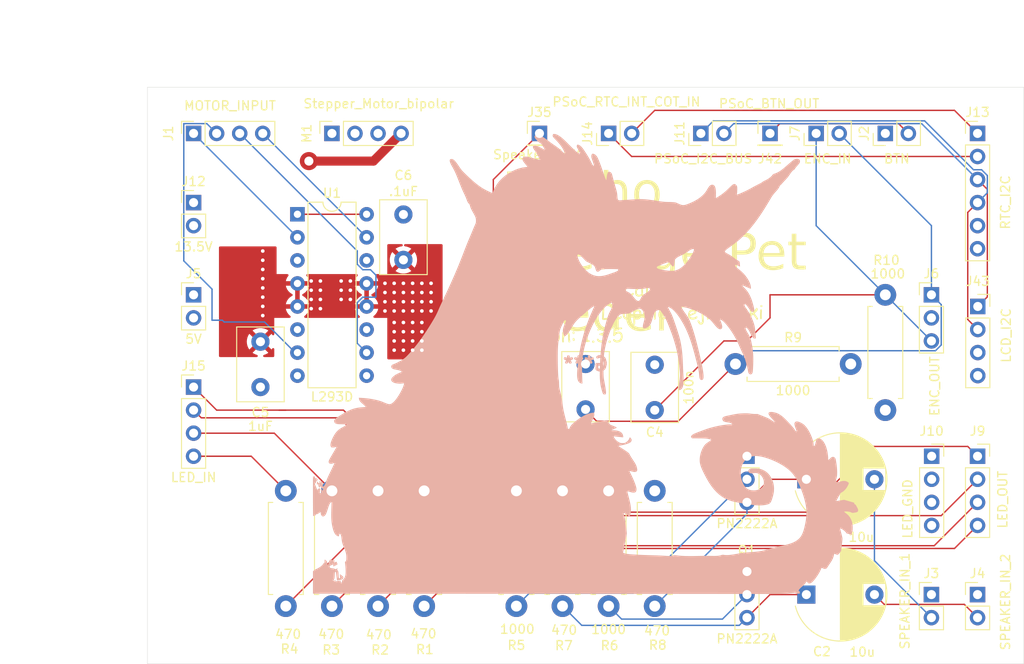
<source format=kicad_pcb>
(kicad_pcb (version 20221018) (generator pcbnew)
  (layers (0 "F.Cu" signal "TOP") (1 "In1.Cu" power "GND") (2 "In2.Cu" power "POWER") (31 "B.Cu" signal "BOTTOM") (34 "B.Paste" user) (35 "F.Paste" user) (36 "B.SilkS" user "B.Silkscreen") (37 "F.SilkS" user "F.Silkscreen") (38 "B.Mask" user) (39 "F.Mask" user) (44 "Edge.Cuts" user))
  (net 0 "")
  (net 1 "Net-(Q2-C)")
  (net 2 "Net-(J3-Pin_2)")
  (net 3 "Net-(Q1-C)")
  (net 4 "Net-(J4-Pin_2)")
  (net 5 "Net-(J1-Pin_1)")
  (net 6 "Net-(J1-Pin_2)")
  (net 7 "Net-(J1-Pin_3)")
  (net 8 "Net-(J1-Pin_4)")
  (net 9 "Net-(J2-Pin_2)")
  (net 10 "GND")
  (net 11 "Net-(J9-Pin_1)")
  (net 12 "Net-(J9-Pin_2)")
  (net 13 "Net-(J9-Pin_3)")
  (net 14 "Net-(J9-Pin_4)")
  (net 15 "Net-(J11-Pin_1)")
  (net 16 "Net-(J11-Pin_2)")
  (net 17 "Net-(J13-Pin_1)")
  (net 18 "Net-(J13-Pin_2)")
  (net 19 "Net-(J15-Pin_1)")
  (net 20 "Net-(J15-Pin_2)")
  (net 21 "Net-(J15-Pin_3)")
  (net 22 "Net-(J15-Pin_4)")
  (net 23 "Net-(J35-Pin_1)")
  (net 24 "Net-(U1-2Y)")
  (net 25 "Net-(M1--)")
  (net 26 "Net-(U1-4Y)")
  (net 27 "Net-(U1-1Y)")
  (net 28 "Net-(Q1-B)")
  (net 29 "Net-(Q2-B)")
  (net 30 "+5V")
  (net 31 "VCC")
  (net 32 "Net-(J6-Pin_1)")
  (net 33 "Net-(J6-Pin_3)")
  (footprint "Connector_PinSocket_2.54mm:PinSocket_1x04_P2.54mm_Vertical" (layer "F.Cu") (at 160.045 64.78)
    (fp_text reference "J43" (at 0 -2.77) (layer "F.SilkS"))
    (fp_text value "LCD_I2C" (at 3.1246 3.1904 90) (layer "F.SilkS"))
    (pad "1" thru_hole rect (at 0 0) (size 1.7 1.7) (drill 1) (layers "*.Cu" "*.Mask") (net 16 "Net-(J11-Pin_2)"))
    (pad "2" thru_hole oval (at 0 2.54) (size 1.7 1.7) (drill 1) (layers "*.Cu" "*.Mask") (net 15 "Net-(J11-Pin_1)"))
    (pad "3" thru_hole oval (at 0 5.08) (size 1.7 1.7) (drill 1) (layers "*.Cu" "*.Mask") (net 10 "GND"))
    (pad "4" thru_hole oval (at 0 7.62) (size 1.7 1.7) (drill 1) (layers "*.Cu" "*.Mask") (net 30 "+5V"))
  )
  (footprint "Capacitor_THT:C_Disc_D8.0mm_W5.0mm_P5.00mm" (layer "F.Cu") (at 81.026 68.66 -90)
    (fp_text reference "C5" (at 7.794 0 -180) (layer "F.SilkS"))
    (fp_text value "1uF" (at 9.318 0 -180) (layer "F.SilkS"))
    (pad "1" thru_hole circle (at 0 0 270) (size 2 2) (drill 1) (layers "*.Cu" "*.Mask") (net 10 "GND"))
    (pad "2" thru_hole circle (at 5 0 270) (size 2 2) (drill 1) (layers "*.Cu" "*.Mask") (net 31 "VCC"))
  )
  (footprint "Connector_PinSocket_2.54mm:PinSocket_1x04_P2.54mm_Vertical" (layer "F.Cu") (at 160.02 81.28)
    (fp_text reference "J9" (at 0 -2.77) (layer "F.SilkS"))
    (fp_text value "LED_OUT" (at 2.7686 4.7752 270) (layer "F.SilkS"))
    (pad "1" thru_hole rect (at 0 0) (size 1.7 1.7) (drill 1) (layers "*.Cu" "*.Mask") (net 11 "Net-(J9-Pin_1)"))
    (pad "2" thru_hole oval (at 0 2.54) (size 1.7 1.7) (drill 1) (layers "*.Cu" "*.Mask") (net 12 "Net-(J9-Pin_2)"))
    (pad "3" thru_hole oval (at 0 5.08) (size 1.7 1.7) (drill 1) (layers "*.Cu" "*.Mask") (net 13 "Net-(J9-Pin_3)"))
    (pad "4" thru_hole oval (at 0 7.62) (size 1.7 1.7) (drill 1) (layers "*.Cu" "*.Mask") (net 14 "Net-(J9-Pin_4)"))
  )
  (footprint "Capacitor_THT:CP_Radial_D10.0mm_P7.50mm" (layer "F.Cu") (at 141.162323 83.82)
    (fp_text reference "C1" (at 1.509477 6.4008) (layer "F.SilkS"))
    (fp_text value "10u" (at 6.056077 6.3754) (layer "F.SilkS"))
    (pad "1" thru_hole rect (at 0 0) (size 2 2) (drill 1) (layers "*.Cu" "*.Mask") (net 1 "Net-(Q2-C)"))
    (pad "2" thru_hole circle (at 7.5 0) (size 2 2) (drill 1) (layers "*.Cu" "*.Mask") (net 2 "Net-(J3-Pin_2)"))
  )
  (footprint "Connector_PinHeader_2.54mm:PinHeader_1x02_P2.54mm_Vertical" (layer "F.Cu") (at 142.24 45.72 90)
    (fp_text reference "J7" (at 0 -2.33 90) (layer "F.SilkS"))
    (fp_text value "ENC_IN" (at -2.794 1.27 180) (layer "F.SilkS"))
    (pad "1" thru_hole rect (at 0 0 90) (size 1.7 1.7) (drill 1) (layers "*.Cu" "*.Mask") (net 33 "Net-(J6-Pin_3)"))
    (pad "2" thru_hole oval (at 0 2.54 90) (size 1.7 1.7) (drill 1) (layers "*.Cu" "*.Mask") (net 32 "Net-(J6-Pin_1)"))
  )
  (footprint "Connector_PinSocket_2.54mm:PinSocket_1x04_P2.54mm_Vertical" (layer "F.Cu") (at 88.9 45.72 90)
    (fp_text reference "M1" (at 0 -2.77 90) (layer "F.SilkS"))
    (fp_text value "Stepper_Motor_bipolar" (at 3.2766 5.1562 180) (layer "F.SilkS"))
    (pad "1" thru_hole rect (at 0 0 90) (size 1.7 1.7) (drill 1) (layers "*.Cu" "*.Mask") (net 24 "Net-(U1-2Y)"))
    (pad "2" thru_hole oval (at 0 2.54 90) (size 1.7 1.7) (drill 1) (layers "*.Cu" "*.Mask") (net 25 "Net-(M1--)"))
    (pad "3" thru_hole oval (at 0 5.08 90) (size 1.7 1.7) (drill 1) (layers "*.Cu" "*.Mask") (net 26 "Net-(U1-4Y)"))
    (pad "4" thru_hole oval (at 0 7.62 90) (size 1.7 1.7) (drill 1) (layers "*.Cu" "*.Mask") (net 27 "Net-(U1-1Y)"))
  )
  (footprint "Connector_PinHeader_2.54mm:PinHeader_1x03_P2.54mm_Vertical" (layer "F.Cu") (at 154.94 63.5)
    (fp_text reference "J6" (at 0 -2.33) (layer "F.SilkS"))
    (fp_text value "ENC_OUT" (at 0.3556 10.0584 90) (layer "F.SilkS"))
    (pad "1" thru_hole rect (at 0 0) (size 1.7 1.7) (drill 1) (layers "*.Cu" "*.Mask") (net 32 "Net-(J6-Pin_1)"))
    (pad "2" thru_hole oval (at 0 2.54) (size 1.7 1.7) (drill 1) (layers "*.Cu" "*.Mask") (net 30 "+5V"))
    (pad "3" thru_hole oval (at 0 5.08) (size 1.7 1.7) (drill 1) (layers "*.Cu" "*.Mask") (net 33 "Net-(J6-Pin_3)"))
  )
  (footprint "Resistor_THT:R_Axial_DIN0411_L9.9mm_D3.6mm_P12.70mm_Horizontal" (layer "F.Cu") (at 93.98 85.09 -90)
    (fp_text reference "R2" (at 17.526 -0.2286 -180) (layer "F.SilkS"))
    (fp_text value "470" (at 15.8496 -0.0762 180) (layer "F.SilkS"))
    (pad "1" thru_hole circle (at 0 0 270) (size 2.4 2.4) (drill 1.2) (layers "*.Cu" "*.Mask") (net 20 "Net-(J15-Pin_2)"))
    (pad "2" thru_hole oval (at 12.7 0 270) (size 2.4 2.4) (drill 1.2) (layers "*.Cu" "*.Mask") (net 13 "Net-(J9-Pin_3)"))
  )
  (footprint "Resistor_THT:R_Axial_DIN0411_L9.9mm_D3.6mm_P12.70mm_Horizontal" (layer "F.Cu") (at 88.9 85.09 -90)
    (fp_text reference "R3" (at 17.526 0.0762 -180) (layer "F.SilkS"))
    (fp_text value "470" (at 15.7988 0.0762 180) (layer "F.SilkS"))
    (pad "1" thru_hole circle (at 0 0 270) (size 2.4 2.4) (drill 1.2) (layers "*.Cu" "*.Mask") (net 21 "Net-(J15-Pin_3)"))
    (pad "2" thru_hole oval (at 12.7 0 270) (size 2.4 2.4) (drill 1.2) (layers "*.Cu" "*.Mask") (net 12 "Net-(J9-Pin_2)"))
  )
  (footprint "Connector_PinHeader_2.54mm:PinHeader_1x02_P2.54mm_Vertical" (layer "F.Cu") (at 154.94 96.52)
    (fp_text reference "J3" (at 0 -2.33) (layer "F.SilkS"))
    (fp_text value "SPEAKER_IN_1" (at -2.921 0.7112 90) (layer "F.SilkS"))
    (pad "1" thru_hole rect (at 0 0) (size 1.7 1.7) (drill 1) (layers "*.Cu" "*.Mask") (net 10 "GND"))
    (pad "2" thru_hole oval (at 0 2.54) (size 1.7 1.7) (drill 1) (layers "*.Cu" "*.Mask") (net 2 "Net-(J3-Pin_2)"))
  )
  (footprint "Connector_PinSocket_2.54mm:PinSocket_1x04_P2.54mm_Vertical" (layer "F.Cu") (at 73.66 45.72 90)
    (fp_text reference "J1" (at 0 -2.77 90) (layer "F.SilkS"))
    (fp_text value "MOTOR_INPUT" (at 3.048 4.0132 180) (layer "F.SilkS"))
    (pad "1" thru_hole rect (at 0 0 90) (size 1.7 1.7) (drill 1) (layers "*.Cu" "*.Mask") (net 5 "Net-(J1-Pin_1)"))
    (pad "2" thru_hole oval (at 0 2.54 90) (size 1.7 1.7) (drill 1) (layers "*.Cu" "*.Mask") (net 6 "Net-(J1-Pin_2)"))
    (pad "3" thru_hole oval (at 0 5.08 90) (size 1.7 1.7) (drill 1) (layers "*.Cu" "*.Mask") (net 7 "Net-(J1-Pin_3)"))
    (pad "4" thru_hole oval (at 0 7.62 90) (size 1.7 1.7) (drill 1) (layers "*.Cu" "*.Mask") (net 8 "Net-(J1-Pin_4)"))
  )
  (footprint "Resistor_THT:R_Axial_DIN0411_L9.9mm_D3.6mm_P12.70mm_Horizontal" (layer "F.Cu") (at 99.06 85.09 -90)
    (fp_text reference "R1" (at 17.4752 -0.0762 -180) (layer "F.SilkS"))
    (fp_text value "470" (at 15.748 0.0762 180) (layer "F.SilkS"))
    (pad "1" thru_hole circle (at 0 0 270) (size 2.4 2.4) (drill 1.2) (layers "*.Cu" "*.Mask") (net 19 "Net-(J15-Pin_1)"))
    (pad "2" thru_hole oval (at 12.7 0 270) (size 2.4 2.4) (drill 1.2) (layers "*.Cu" "*.Mask") (net 14 "Net-(J9-Pin_4)"))
  )
  (footprint "Connector_PinHeader_2.54mm:PinHeader_1x02_P2.54mm_Vertical" (layer "F.Cu") (at 73.66 63.5)
    (fp_text reference "J5" (at 0 -2.33) (layer "F.SilkS"))
    (fp_text value "5V" (at 0 4.87) (layer "F.SilkS"))
    (pad "1" thru_hole rect (at 0 0) (size 1.7 1.7) (drill 1) (layers "*.Cu" "*.Mask") (net 30 "+5V"))
    (pad "2" thru_hole oval (at 0 2.54) (size 1.7 1.7) (drill 1) (layers "*.Cu" "*.Mask") (net 10 "GND"))
  )
  (footprint "Connector_PinHeader_2.54mm:PinHeader_1x01_P2.54mm_Vertical" (layer "F.Cu") (at 111.76 45.72)
    (fp_text reference "J35" (at 0 -2.33) (layer "F.SilkS"))
    (fp_text value "Speaker_GPIO" (at 0 2.33) (layer "F.SilkS"))
    (pad "1" thru_hole rect (at 0 0) (size 1.7 1.7) (drill 1) (layers "*.Cu" "*.Mask") (net 23 "Net-(J35-Pin_1)"))
  )
  (footprint "Connector_PinHeader_2.54mm:PinHeader_1x02_P2.54mm_Vertical" (layer "F.Cu") (at 119.38 45.72 90)
    (fp_text reference "J14" (at 0 -2.33 90) (layer "F.SilkS"))
    (fp_text value "PSoC_RTC_INT_COT_IN" (at 3.4798 1.9558 180) (layer "F.SilkS"))
    (pad "1" thru_hole rect (at 0 0 90) (size 1.7 1.7) (drill 1) (layers "*.Cu" "*.Mask") (net 18 "Net-(J13-Pin_2)"))
    (pad "2" thru_hole oval (at 0 2.54 90) (size 1.7 1.7) (drill 1) (layers "*.Cu" "*.Mask") (net 17 "Net-(J13-Pin_1)"))
  )
  (footprint "Resistor_THT:R_Axial_DIN0411_L9.9mm_D3.6mm_P12.70mm_Horizontal" (layer "F.Cu") (at 149.86 76.2 90)
    (fp_text reference "R10" (at 16.51 0.127 180) (layer "F.SilkS"))
    (fp_text value "1000" (at 15.0114 0.2794 180) (layer "F.SilkS"))
    (pad "1" thru_hole circle (at 0 0 90) (size 2.4 2.4) (drill 1.2) (layers "*.Cu" "*.Mask") (net 10 "GND"))
    (pad "2" thru_hole oval (at 12.7 0 90) (size 2.4 2.4) (drill 1.2) (layers "*.Cu" "*.Mask") (net 33 "Net-(J6-Pin_3)"))
  )
  (footprint "Connector_PinHeader_2.54mm:PinHeader_1x03_P2.54mm_Vertical" (layer "F.Cu") (at 134.62 81.28)
    (fp_text reference "Q2" (at 0 -2.33) (layer "F.SilkS"))
    (fp_text value "PN2222A" (at 0 7.41) (layer "F.SilkS"))
    (pad "1" thru_hole rect (at 0 0) (size 1.7 1.7) (drill 1) (layers "*.Cu" "*.Mask") (net 10 "GND"))
    (pad "2" thru_hole oval (at 0 2.54) (size 1.7 1.7) (drill 1) (layers "*.Cu" "*.Mask") (net 29 "Net-(Q2-B)"))
    (pad "3" thru_hole oval (at 0 5.08) (size 1.7 1.7) (drill 1) (layers "*.Cu" "*.Mask") (net 1 "Net-(Q2-C)"))
  )
  (footprint "Resistor_THT:R_Axial_DIN0411_L9.9mm_D3.6mm_P12.70mm_Horizontal" (layer "F.Cu") (at 119.38 85.09 -90)
    (fp_text reference "R6" (at 17.0434 -0.1016 -180) (layer "F.SilkS"))
    (fp_text value "1000" (at 15.2654 0 180) (layer "F.SilkS"))
    (pad "1" thru_hole circle (at 0 0 270) (size 2.4 2.4) (drill 1.2) (layers "*.Cu" "*.Mask") (net 23 "Net-(J35-Pin_1)"))
    (pad "2" thru_hole oval (at 12.7 0 270) (size 2.4 2.4) (drill 1.2) (layers "*.Cu" "*.Mask") (net 28 "Net-(Q1-B)"))
  )
  (footprint "Connector_PinHeader_2.54mm:PinHeader_1x02_P2.54mm_Vertical" (layer "F.Cu") (at 129.54 45.72 90)
    (fp_text reference "J11" (at 0 -2.33 90) (layer "F.SilkS"))
    (fp_text value "PSoC_I2C_BUS" (at -2.794 0.254 180) (layer "F.SilkS"))
    (pad "1" thru_hole rect (at 0 0 90) (size 1.7 1.7) (drill 1) (layers "*.Cu" "*.Mask") (net 15 "Net-(J11-Pin_1)"))
    (pad "2" thru_hole oval (at 0 2.54 90) (size 1.7 1.7) (drill 1) (layers "*.Cu" "*.Mask") (net 16 "Net-(J11-Pin_2)"))
  )
  (footprint "Resistor_THT:R_Axial_DIN0411_L9.9mm_D3.6mm_P12.70mm_Horizontal" (layer "F.Cu") (at 109.22 85.09 -90)
    (fp_text reference "R5" (at 17.018 0 -180) (layer "F.SilkS"))
    (fp_text value "1000" (at 15.24 -0.1016 180) (layer "F.SilkS"))
    (pad "1" thru_hole circle (at 0 0 270) (size 2.4 2.4) (drill 1.2) (layers "*.Cu" "*.Mask") (net 23 "Net-(J35-Pin_1)"))
    (pad "2" thru_hole oval (at 12.7 0 270) (size 2.4 2.4) (drill 1.2) (layers "*.Cu" "*.Mask") (net 29 "Net-(Q2-B)"))
  )
  (footprint "Connector_PinHeader_2.54mm:PinHeader_1x02_P2.54mm_Vertical" (layer "F.Cu") (at 149.86 45.72 90)
    (fp_text reference "J2" (at 0 -2.33 90) (layer "F.SilkS"))
    (fp_text value "BTN" (at -2.794 1.27) (layer "F.SilkS"))
    (pad "1" thru_hole rect (at 0 0 90) (size 1.7 1.7) (drill 1) (layers "*.Cu" "*.Mask") (net 30 "+5V"))
    (pad "2" thru_hole oval (at 0 2.54 90) (size 1.7 1.7) (drill 1) (layers "*.Cu" "*.Mask") (net 9 "Net-(J2-Pin_2)"))
  )
  (footprint "Connector_PinHeader_2.54mm:PinHeader_1x04_P2.54mm_Vertical" (layer "F.Cu") (at 73.66 73.66)
    (fp_text reference "J15" (at 0 -2.33) (layer "F.SilkS"))
    (fp_text value "LED_IN" (at 0 9.95) (layer "F.SilkS"))
    (pad "1" thru_hole rect (at 0 0) (size 1.7 1.7) (drill 1) (layers "*.Cu" "*.Mask") (net 19 "Net-(J15-Pin_1)"))
    (pad "2" thru_hole oval (at 0 2.54) (size 1.7 1.7) (drill 1) (layers "*.Cu" "*.Mask") (net 20 "Net-(J15-Pin_2)"))
    (pad "3" thru_hole oval (at 0 5.08) (size 1.7 1.7) (drill 1) (layers "*.Cu" "*.Mask") (net 21 "Net-(J15-Pin_3)"))
    (pad "4" thru_hole oval (at 0 7.62) (size 1.7 1.7) (drill 1) (layers "*.Cu" "*.Mask") (net 22 "Net-(J15-Pin_4)"))
  )
  (footprint "Capacitor_THT:C_Disc_D7.5mm_W5.0mm_P5.00mm" (layer "F.Cu") (at 116.84 71.12 -90)
    (fp_text reference "C3" (at 7.3622 -0.2032 -180) (layer "F.SilkS"))
    (fp_text value "100n" (at 2.5 3.75 90) (layer "F.SilkS"))
    (pad "1" thru_hole circle (at 0 0 270) (size 2 2) (drill 1) (layers "*.Cu" "*.Mask") (net 10 "GND"))
    (pad "2" thru_hole circle (at 5 0 270) (size 2 2) (drill 1) (layers "*.Cu" "*.Mask") (net 32 "Net-(J6-Pin_1)"))
  )
  (footprint "Resistor_THT:R_Axial_DIN0411_L9.9mm_D3.6mm_P12.70mm_Horizontal" (layer "F.Cu") (at 133.35 71.12)
    (fp_text reference "R9" (at 6.35 -2.92) (layer "F.SilkS"))
    (fp_text value "1000" (at 6.35 2.92) (layer "F.SilkS"))
    (pad "1" thru_hole circle (at 0 0) (size 2.4 2.4) (drill 1.2) (layers "*.Cu" "*.Mask") (net 32 "Net-(J6-Pin_1)"))
    (pad "2" thru_hole oval (at 12.7 0) (size 2.4 2.4) (drill 1.2) (layers "*.Cu" "*.Mask") (net 10 "GND"))
  )
  (footprint "Connector_PinHeader_2.54mm:PinHeader_1x06_P2.54mm_Vertical" (layer "F.Cu") (at 160.02 45.72)
    (fp_text reference "J13" (at 0 -2.33) (layer "F.SilkS"))
    (fp_text value "RTC_I2C" (at 3.0734 7.5946 90) (layer "F.SilkS"))
    (pad "1" thru_hole rect (at 0 0) (size 1.7 1.7) (drill 1) (layers "*.Cu" "*.Mask") (net 17 "Net-(J13-Pin_1)"))
    (pad "2" thru_hole oval (at 0 2.54) (size 1.7 1.7) (drill 1) (layers "*.Cu" "*.Mask") (net 18 "Net-(J13-Pin_2)"))
    (pad "3" thru_hole oval (at 0 5.08) (size 1.7 1.7) (drill 1) (layers "*.Cu" "*.Mask") (net 16 "Net-(J11-Pin_2)"))
    (pad "4" thru_hole oval (at 0 7.62) (size 1.7 1.7) (drill 1) (layers "*.Cu" "*.Mask") (net 15 "Net-(J11-Pin_1)"))
    (pad "5" thru_hole oval (at 0 10.16) (size 1.7 1.7) (drill 1) (layers "*.Cu" "*.Mask") (net 10 "GND"))
    (pad "6" thru_hole oval (at 0 12.7) (size 1.7 1.7) (drill 1) (layers "*.Cu" "*.Mask") (net 30 "+5V"))
  )
  (footprint "Connector_PinHeader_2.54mm:PinHeader_1x03_P2.54mm_Vertical" (layer "F.Cu") (at 134.62 93.98)
    (fp_text reference "Q1" (at 0 -2.33) (layer "F.SilkS"))
    (fp_text value "PN2222A" (at 0 7.41) (layer "F.SilkS"))
    (pad "1" thru_hole rect (at 0 0) (size 1.7 1.7) (drill 1) (layers "*.Cu" "*.Mask") (net 10 "GND"))
    (pad "2" thru_hole oval (at 0 2.54) (size 1.7 1.7) (drill 1) (layers "*.Cu" "*.Mask") (net 28 "Net-(Q1-B)"))
    (pad "3" thru_hole oval (at 0 5.08) (size 1.7 1.7) (drill 1) (layers "*.Cu" "*.Mask") (net 3 "Net-(Q1-C)"))
  )
  (footprint "Capacitor_THT:C_Disc_D7.5mm_W5.0mm_P5.00mm" (layer "F.Cu") (at 124.46 76.2 90)
    (fp_text reference "C4" (at -2.4384 0 180) (layer "F.SilkS"))
    (fp_text value "100n" (at 2.5 3.75 90) (layer "F.SilkS"))
    (pad "1" thru_hole circle (at 0 0 90) (size 2 2) (drill 1) (layers "*.Cu" "*.Mask") (net 33 "Net-(J6-Pin_3)"))
    (pad "2" thru_hole circle (at 5 0 90) (size 2 2) (drill 1) (layers "*.Cu" "*.Mask") (net 10 "GND"))
  )
  (footprint "Connector_PinHeader_2.54mm:PinHeader_1x02_P2.54mm_Vertical" (layer "F.Cu") (at 160.02 96.52)
    (fp_text reference "J4" (at 0 -2.33) (layer "F.SilkS"))
    (fp_text value "SPEAKER_IN_2" (at 3.0734 0.8128 90) (layer "F.SilkS"))
    (pad "1" thru_hole rect (at 0 0) (size 1.7 1.7) (drill 1) (layers "*.Cu" "*.Mask") (net 10 "GND"))
    (pad "2" thru_hole oval (at 0 2.54) (size 1.7 1.7) (drill 1) (layers "*.Cu" "*.Mask") (net 4 "Net-(J4-Pin_2)"))
  )
  (footprint "Capacitor_THT:C_Disc_D8.0mm_W5.0mm_P5.00mm" (layer "F.Cu") (at 96.774 59.65 90)
    (fp_text reference "C6" (at 9.318 0 180) (layer "F.SilkS"))
    (fp_text value ".1uF" (at 7.54 0 180) (layer "F.SilkS"))
    (pad "1" thru_hole circle (at 0 0 90) (size 2 2) (drill 1) (layers "*.Cu" "*.Mask") (net 10 "GND"))
    (pad "2" thru_hole circle (at 5 0 90) (size 2 2) (drill 1) (layers "*.Cu" "*.Mask") (net 30 "+5V"))
  )
  (footprint "Resistor_THT:R_Axial_DIN0411_L9.9mm_D3.6mm_P12.70mm_Horizontal" (layer "F.Cu") (at 124.46 97.79 90)
    (fp_text reference "R8" (at -4.2926 0.3302 180) (layer "F.SilkS"))
    (fp_text value "470" (at -2.7178 0.254 180) (layer "F.SilkS"))
    (pad "1" thru_hole circle (at 0 0 90) (size 2.4 2.4) (drill 1.2) (layers "*.Cu" "*.Mask") (net 1 "Net-(Q2-C)"))
    (pad "2" thru_hole oval (at 12.7 0 90) (size 2.4 2.4) (drill 1.2) (layers "*.Cu" "*.Mask") (net 30 "+5V"))
  )
  (footprint "Resistor_THT:R_Axial_DIN0411_L9.9mm_D3.6mm_P12.70mm_Horizontal" (layer "F.Cu") (at 83.82 85.09 -90)
    (fp_text reference "R4" (at 17.4244 -0.4064 -180) (layer "F.SilkS"))
    (fp_text value "470" (at 15.7988 -0.254 180) (layer "F.SilkS"))
    (pad "1" thru_hole circle (at 0 0 270) (size 2.4 2.4) (drill 1.2) (layers "*.Cu" "*.Mask") (net 22 "Net-(J15-Pin_4)"))
    (pad "2" thru_hole oval (at 12.7 0 270) (size 2.4 2.4) (drill 1.2) (layers "*.Cu" "*.Mask") (net 11 "Net-(J9-Pin_1)"))
  )
  (footprint "Connector_PinSocket_2.54mm:PinSocket_1x04_P2.54mm_Vertical" (layer "F.Cu") (at 154.965 81.28)
    (fp_text reference "J10" (at 0 -2.77) (layer "F.SilkS"))
    (fp_text value "LED_GND" (at -2.6412 5.7912 90) (layer "F.SilkS"))
    (pad "1" thru_hole rect (at 0 0) (size 1.7 1.7) (drill 1) (layers "*.Cu" "*.Mask") (net 10 "GND"))
    (pad "2" thru_hole oval (at 0 2.54) (size 1.7 1.7) (drill 1) (layers "*.Cu" "*.Mask") (net 10 "GND"))
    (pad "3" thru_hole oval (at 0 5.08) (size 1.7 1.7) (drill 1) (layers "*.Cu" "*.Mask") (net 10 "GND"))
    (pad "4" thru_hole oval (at 0 7.62) (size 1.7 1.7) (drill 1) (layers "*.Cu" "*.Mask") (net 10 "GND"))
  )
  (footprint "Connector_PinHeader_2.54mm:PinHeader_1x01_P2.54mm_Vertical" (layer "F.Cu") (at 137.16 45.72)
    (fp_text reference "J42" (at 0 2.794) (layer "F.SilkS"))
    (fp_text value "PSoC_BTN_OUT" (at -0.1016 -3.2766) (layer "F.SilkS"))
    (pad "1" thru_hole rect (at 0 0) (size 1.7 1.7) (drill 1) (layers "*.Cu" "*.Mask") (net 9 "Net-(J2-Pin_2)"))
  )
  (footprint "Package_DIP:DIP-16_W7.62mm" (layer "F.Cu") (at 85.1 54.625)
    (fp_text reference "U1" (at 3.81 -2.33) (layer "F.SilkS"))
    (fp_text value "L293D" (at 3.81 20.11) (layer "F.SilkS"))
    (pad "1" thru_hole rect (at 0 0) (size 1.6 1.6) (drill 0.8) (layers "*.Cu" "*.Mask") (net 30 "+5V"))
    (pad "2" thru_hole oval (at 0 2.54) (size 1.6 1.6) (drill 0.8) (layers "*.Cu" "*.Mask") (net 5 "Net-(J1-Pin_1)"))
    (pad "3" thru_hole oval (at 0 5.08) (size 1.6 1.6) (drill 0.8) (layers "*.Cu" "*.Mask") (net 27 "Net-(U1-1Y)"))
    (pad "4" thru_hole oval (at 0 7.62) (size 1.6 1.6) (drill 0.8) (layers "*.Cu" "*.Mask") (net 10 "GND"))
    (pad "5" thru_hole oval (at 0 10.16) (size 1.6 1.6) (drill 0.8) (layers "*.Cu" "*.Mask") (net 10 "GND"))
    (pad "6" thru_hole oval (at 0 12.7) (size 1.6 1.6) (drill 0.8) (layers "*.Cu" "*.Mask") (net 24 "Net-(U1-2Y)"))
    (pad "7" thru_hole oval (at 0 15.24) (size 1.6 1.6) (drill 0.8) (layers "*.Cu" "*.Mask") (net 6 "Net-(J1-Pin_2)"))
    (pad "8" thru_hole oval (at 0 17.78) (size 1.6 1.6) (drill 0.8) (layers "*.Cu" "*.Mask") (net 31 "VCC"))
    (pad "9" thru_hole oval (at 7.62 17.78) (size 1.6 1.6) (drill 0.8) (layers "*.Cu" "*.Mask") (net 30 "+5V"))
    (pad "10" thru_hole oval (at 7.62 15.24) (size 1.6 1.6) (drill 0.8) (layers "*.Cu" "*.Mask") (net 7 "Net-(J1-Pin_3)"))
    (pad "11" thru_hole oval (at 7.62 12.7) (size 1.6 1.6) (drill 0.8) (layers "*.Cu" "*.Mask") (net 25 "Net-(M1--)"))
    (pad "12" thru_hole oval (at 7.62 10.16) (size 1.6 1.6) (drill 0.8) (layers "*.Cu" "*.Mask") (net 10 "GND"))
    (pad "13" thru_hole oval (at 7.62 7.62) (size 1.6 1.6) (drill 0.8) (layers "*.Cu" "*.Mask") (net 10 "GND"))
    (pad "14" thru_hole oval (at 7.62 5.08) (size 1.6 1.6) (drill 0.8) (layers "*.Cu" "*.Mask") (net 26 "Net-(U1-4Y)"))
    (pad "15" thru_hole oval (at 7.62 2.54) (size 1.6 1.6) (drill 0.8) (layers "*.Cu" "*.Mask") (net 8 "Net-(J1-Pin_4)"))
    (pad "16" thru_hole oval (at 7.62 0) (size 1.6 1.6) (drill 0.8) (layers "*.Cu" "*.Mask") (net 30 "+5V"))
  )
  (footprint "Connector_PinHeader_2.54mm:PinHeader_1x02_P2.54mm_Vertical" (layer "F.Cu") (at 73.66 53.34)
    (fp_text reference "J12" (at 0 -2.33) (layer "F.SilkS"))
    (fp_text value "13.5V" (at 0 4.87) (layer "F.SilkS"))
    (pad "1" thru_hole rect (at 0 0) (size 1.7 1.7) (drill 1) (layers "*.Cu" "*.Mask") (net 31 "VCC"))
    (pad "2" thru_hole oval (at 0 2.54) (size 1.7 1.7) (drill 1) (layers "*.Cu" "*.Mask") (net 10 "GND"))
  )
  (footprint "Resistor_THT:R_Axial_DIN0411_L9.9mm_D3.6mm_P12.70mm_Horizontal" (layer "F.Cu") (at 114.3 97.79 90)
    (fp_text reference "R7" (at -4.3434 0.1524 180) (layer "F.SilkS"))
    (fp_text value "470" (at -2.6416 0.1778 180) (layer "F.SilkS"))
    (pad "1" thru_hole circle (at 0 0 90) (size 2.4 2.4) (drill 1.2) (layers "*.Cu" "*.Mask") (net 3 "Net-(Q1-C)"))
    (pad "2" thru_hole oval (at 12.7 0 90) (size 2.4 2.4) (drill 1.2) (layers "*.Cu" "*.Mask") (net 30 "+5V"))
  )
  (footprint "Capacitor_THT:CP_Radial_D10.0mm_P7.50mm" (layer "F.Cu") (at 141.162323 96.52)
    (fp_text reference "C2" (at 1.712677 6.2738) (layer "F.SilkS"))
    (fp_text value "10u" (at 6.157677 6.3246) (layer "F.SilkS"))
    (pad "1" thru_hole rect (at 0 0) (size 2 2) (drill 1) (layers "*.Cu" "*.Mask") (net 3 "Net-(Q1-C)"))
    (pad "2" thru_hole circle (at 7.5 0) (size 2 2) (drill 1) (layers "*.Cu" "*.Mask") (net 4 "Net-(J4-Pin_2)"))
  )
  (footprint "Graphics:cat" (layer "B.Cu") (at 116.84 71.12 180)
    (fp_text reference "G***" (at 0 0) (layer "B.SilkS") (effects (font (size 1.5 1.5) (thickness 0.3)) (justify mirror)))
    (fp_text value "LOGO" hide)
  )
  (gr_line (start 68.58 40.64) (end 165.1 40.64) (stroke (width 0.0381)) (layer "Edge.Cuts"))
  (gr_line (start 165.1 104.14) (end 68.58 104.14) (stroke (width 0.0381)) (layer "Edge.Cuts"))
  (gr_line (start 68.58 104.14) (end 68.58 40.64) (stroke (width 0.0381)) (layer "Edge.Cuts"))
  (gr_line (start 165.1 40.64) (end 165.1 104.14) (stroke (width 0.0381)) (layer "Edge.Cuts"))
  (gr_text_box "Nacho Average Pet Feeder\n" (start 104.648 46.99) (end 152.908 57.15) (layer "F.SilkS") (effects (font (size 4 4) (thickness 0.4)) (justify left top)))
  (gr_text_box "Designed by: Caleb Probst\n                 Leopold Tejkowski\nVersion: 1.3.5" (start 106.68 60.96) (end 154.94 71.12) (layer "F.SilkS") (effects (font (size 1.5 1.5) (thickness 0.2)) (justify left top)))
  (segment (start 137.16 83.82) (end 141.162323 83.82) (width 0.1524) (layer "F.Cu") (net 1))
  (segment (start 134.62 86.36) (end 137.16 83.82) (width 0.1524) (layer "F.Cu") (net 1))
  (segment (start 124.46 97.79) (end 134.62 87.63) (width 0.1524) (layer "B.Cu") (net 1))
  (segment (start 134.62 87.63) (end 134.62 86.36) (width 0.1524) (layer "B.Cu") (net 1))
  (segment (start 148.662323 83.82) (end 148.662323 92.782323) (width 0.1524) (layer "B.Cu") (net 2))
  (segment (start 148.662323 92.782323) (end 154.94 99.06) (width 0.1524) (layer "B.Cu") (net 2))
  (segment (start 137.16 96.52) (end 141.162323 96.52) (width 0.1524) (layer "F.Cu") (net 3))
  (segment (start 134.62 99.06) (end 137.16 96.52) (width 0.1524) (layer "F.Cu") (net 3))
  (segment (start 114.3 97.79) (end 116.42 99.91) (width 0.1524) (layer "B.Cu") (net 3))
  (segment (start 116.42 99.91) (end 133.77 99.91) (width 0.1524) (layer "B.Cu") (net 3))
  (segment (start 133.77 99.91) (end 134.62 99.06) (width 0.1524) (layer "B.Cu") (net 3))
  (segment (start 148.662323 96.52) (end 149.740923 97.5986) (width 0.1524) (layer "F.Cu") (net 4))
  (segment (start 158.5586 97.5986) (end 160.02 99.06) (width 0.1524) (layer "F.Cu") (net 4))
  (segment (start 149.740923 97.5986) (end 158.5586 97.5986) (width 0.1524) (layer "F.Cu") (net 4))
  (segment (start 73.66 45.725) (end 73.66 45.72) (width 0.1524) (layer "B.Cu") (net 5))
  (segment (start 85.1 57.165) (end 73.66 45.725) (width 0.1524) (layer "B.Cu") (net 5))
  (segment (start 72.5814 44.6414) (end 75.1214 44.6414) (width 0.1524) (layer "B.Cu") (net 6))
  (segment (start 85.1 69.865) (end 84.851 69.865) (width 0.1524) (layer "B.Cu") (net 6))
  (segment (start 75.1214 44.6414) (end 76.2 45.72) (width 0.1524) (layer "B.Cu") (net 6))
  (segment (start 84.851 69.865) (end 81.4792 66.4932) (width 0.1524) (layer "B.Cu") (net 6))
  (segment (start 76.829078 66.294) (end 75.692 66.294) (width 0.1524) (layer "B.Cu") (net 6))
  (segment (start 81.4792 66.4932) (end 77.028278 66.4932) (width 0.1524) (layer "B.Cu") (net 6))
  (segment (start 75.692 66.294) (end 75.692 62.870922) (width 0.1524) (layer "B.Cu") (net 6))
  (segment (start 75.692 62.870922) (end 72.5814 59.760322) (width 0.1524) (layer "B.Cu") (net 6))
  (segment (start 77.028278 66.4932) (end 76.829078 66.294) (width 0.1524) (layer "B.Cu") (net 6))
  (segment (start 72.5814 59.760322) (end 72.5814 44.6414) (width 0.1524) (layer "B.Cu") (net 6))
  (segment (start 92.293939 60.7336) (end 91.6914 60.131061) (width 0.1524) (layer "B.Cu") (net 7))
  (segment (start 93.7486 63.7314) (end 93.7486 61.336139) (width 0.1524) (layer "B.Cu") (net 7))
  (segment (start 91.6914 60.131061) (end 91.6914 58.6714) (width 0.1524) (layer "B.Cu") (net 7))
  (segment (start 91.6914 64.358939) (end 92.293939 63.7564) (width 0.1524) (layer "B.Cu") (net 7))
  (segment (start 93.146061 60.7336) (end 92.293939 60.7336) (width 0.1524) (layer "B.Cu") (net 7))
  (segment (start 92.293939 63.7564) (end 93.7236 63.7564) (width 0.1524) (layer "B.Cu") (net 7))
  (segment (start 91.6914 68.8364) (end 91.6914 64.358939) (width 0.1524) (layer "B.Cu") (net 7))
  (segment (start 93.7486 61.336139) (end 93.146061 60.7336) (width 0.1524) (layer "B.Cu") (net 7))
  (segment (start 91.6914 58.6714) (end 78.74 45.72) (width 0.1524) (layer "B.Cu") (net 7))
  (segment (start 92.72 69.865) (end 91.6914 68.8364) (width 0.1524) (layer "B.Cu") (net 7))
  (segment (start 93.7236 63.7564) (end 93.7486 63.7314) (width 0.1524) (layer "B.Cu") (net 7))
  (segment (start 92.72 57.165) (end 81.28 45.725) (width 0.1524) (layer "B.Cu") (net 8))
  (segment (start 81.28 45.725) (end 81.28 45.72) (width 0.1524) (layer "B.Cu") (net 8))
  (segment (start 137.16 45.72) (end 138.2386 44.6414) (width 0.1524) (layer "F.Cu") (net 9))
  (segment (start 151.3214 44.6414) (end 152.4 45.72) (width 0.1524) (layer "F.Cu") (net 9))
  (segment (start 138.2386 44.6414) (end 151.3214 44.6414) (width 0.1524) (layer "F.Cu") (net 9))
  (via (at 90.932 62.992) (size 0.65) (drill 0.4) (layers "F.Cu" "B.Cu") (remove_unused_layers) (zone_layer_connections "F.Cu" "In1.Cu") (net 10))
  (via (at 87.63 62.992) (size 0.65) (drill 0.4) (layers "F.Cu" "B.Cu") (remove_unused_layers) (zone_layer_connections "F.Cu" "In1.Cu") (net 10))
  (via (at 96.774 63.246) (size 0.65) (drill 0.4) (layers "F.Cu" "B.Cu") (remove_unused_layers) (zone_layer_connections "F.Cu" "In1.Cu") (net 10))
  (via (at 96.774 67.564) (size 0.65) (drill 0.4) (layers "F.Cu" "B.Cu") (remove_unused_layers) (zone_layer_connections "F.Cu" "In1.Cu") (net 10))
  (via (at 95.758 66.548) (size 0.65) (drill 0.4) (layers "F.Cu" "B.Cu") (remove_unused_layers) (zone_layer_connections "F.Cu" "In1.Cu") (net 10))
  (via (at 97.79 67.564) (size 0.65) (drill 0.4) (layers "F.Cu" "B.Cu") (remove_unused_layers) (zone_layer_connections "F.Cu" "In1.Cu") (net 10))
  (via (at 89.916 64.008) (size 0.65) (drill 0.4) (layers "F.Cu" "B.Cu") (remove_unused_layers) (zone_layer_connections "F.Cu" "In1.Cu") (net 10))
  (via (at 99.822 63.246) (size 0.65) (drill 0.4) (layers "F.Cu" "B.Cu") (remove_unused_layers) (zone_layer_connections "F.Cu" "In1.Cu") (net 10))
  (via (at 97.79 63.246) (size 0.65) (drill 0.4) (layers "F.Cu" "B.Cu") (remove_unused_layers) (zone_layer_connections "F.Cu" "In1.Cu") (net 10))
  (via (at 96.774 68.58) (size 0.65) (drill 0.4) (layers "F.Cu" "B.Cu") (remove_unused_layers) (zone_layer_connections "F.Cu" "In1.Cu") (net 10))
  (via (at 94.742 65.278) (size 0.65) (drill 0.4) (layers "F.Cu" "B.Cu") (remove_unused_layers) (zone_layer_connections "F.Cu" "In1.Cu") (net 10))
  (via (at 94.742 63.246) (size 0.65) (drill 0.4) (layers "F.Cu" "B.Cu") (remove_unused_layers) (zone_layer_connections "F.Cu" "In1.Cu") (net 10))
  (via (at 95.758 68.58) (size 0.65) (drill 0.4) (layers "F.Cu" "B.Cu") (remove_unused_layers) (zone_layer_connections "F.Cu" "In1.Cu") (net 10))
  (via (at 95.758 64.262) (size 0.65) (drill 0.4) (layers "F.Cu" "B.Cu") (remove_unused_layers) (zone_layer_connections "F.Cu" "In1.Cu") (net 10))
  (via (at 87.63 61.976) (size 0.65) (drill 0.4) (layers "F.Cu" "B.Cu") (remove_unused_layers) (zone_layer_connections "F.Cu" "In1.Cu") (net 10))
  (via (at 95.758 63.246) (size 0.65) (drill 0.4) (layers "F.Cu" "B.Cu") (remove_unused_layers) (zone_layer_connections "F.Cu" "In1.Cu") (net 10))
  (via (at 96.774 66.548) (size 0.65) (drill 0.4) (layers "F.Cu" "B.Cu") (remove_unused_layers) (zone_layer_connections "F.Cu" "In1.Cu") (net 10))
  (via (at 94.742 62.23) (size 0.65) (drill 0.4) (layers "F.Cu" "B.Cu") (remove_unused_layers) (zone_layer_connections "F.Cu" "In1.Cu") (net 10))
  (via (at 89.916 61.976) (size 0.65) (drill 0.4) (layers "F.Cu" "B.Cu") (remove_unused_layers) (zone_layer_connections "F.Cu" "In1.Cu") (net 10))
  (via (at 97.79 62.23) (size 0.65) (drill 0.4) (layers "F.Cu" "B.Cu") (remove_unused_layers) (zone_layer_connections "F.Cu" "In1.Cu") (net 10))
  (via (at 81.28 59.69) (size 0.65) (drill 0.4) (layers "F.Cu" "B.Cu") (remove_unused_layers) (zone_layer_connections "F.Cu" "In1.Cu") (net 10))
  (via (at 98.806 64.262) (size 0.65) (drill 0.4) (layers "F.Cu" "B.Cu") (remove_unused_layers) (zone_layer_connections "F.Cu" "In1.Cu") (net 10))
  (via (at 98.806 65.278) (size 0.65) (drill 0.4) (layers "F.Cu" "B.Cu") (remove_unused_layers) (zone_layer_connections "F.Cu" "In1.Cu") (net 10))
  (via (at 97.79 65.278) (size 0.65) (drill 0.4) (layers "F.Cu" "B.Cu") (remove_unused_layers) (zone_layer_connections "F.Cu" "In1.Cu") (net 10))
  (via (at 96.774 69.596) (size 0.65) (drill 0.4) (layers "F.Cu" "B.Cu") (remove_unused_layers) (zone_layer_connections "F.Cu" "In1.Cu") (net 10))
  (via (at 86.614 62.992) (size 0.65) (drill 0.4) (layers "F.Cu" "B.Cu") (remove_unused_layers) (zone_layer_connections "F.Cu" "In1.Cu") (net 10))
  (via (at 95.758 62.23) (size 0.65) (drill 0.4) (layers "F.Cu" "B.Cu") (remove_unused_layers) (zone_layer_connections "F.Cu" "In1.Cu") (net 10))
  (via (at 90.932 61.976) (size 0.65) (drill 0.4) (layers "F.Cu" "B.Cu") (remove_unused_layers) (zone_layer_connections "F.Cu" "In1.Cu") (net 10))
  (via (at 90.932 64.008) (size 0.65) (drill 0.4) (layers "F.Cu" "B.Cu") (remove_unused_layers) (zone_layer_connections "F.Cu" "In1.Cu") (net 10))
  (via (at 86.614 65.024) (size 0.65) (drill 0.4) (layers "F.Cu" "B.Cu") (remove_unused_layers) (zone_layer_connections "F.Cu" "In1.Cu") (net 10))
  (via (at 97.79 68.58) (size 0.65) (drill 0.4) (layers "F.Cu" "B.Cu") (remove_unused_layers) (zone_layer_connections "F.Cu" "In1.Cu") (net 10))
  (via (at 98.806 62.23) (size 0.65) (drill 0.4) (layers "F.Cu" "B.Cu") (remove_unused_layers) (zone_layer_connections "F.Cu" "In1.Cu") (net 10))
  (via (at 87.63 65.024) (size 0.65) (drill 0.4) (layers "F.Cu" "B.Cu") (remove_unused_layers) (zone_layer_connections "F.Cu" "In1.Cu") (net 10))
  (via (at 99.822 62.23) (size 0.65) (drill 0.4) (layers "F.Cu" "B.Cu") (remove_unused_layers) (zone_layer_connections "F.Cu" "In1.Cu") (net 10))
  (via (at 81.28 63.754) (size 0.65) (drill 0.4) (layers "F.Cu" "B.Cu") (remove_unused_layers) (zone_layer_connections "F.Cu" "In1.Cu") (net 10))
  (via (at 89.916 62.992) (size 0.65) (drill 0.4) (layers "F.Cu" "B.Cu") (remove_unused_layers) (zone_layer_connections "F.Cu" "In1.Cu") (net 10))
  (via (at 98.806 66.548) (size 0.65) (drill 0.4) (layers "F.Cu" "B.Cu") (remove_unused_layers) (zone_layer_connections "F.Cu" "In1.Cu") (net 10))
  (via (at 81.28 64.77) (size 0.65) (drill 0.4) (layers "F.Cu" "B.Cu") (remove_unused_layers) (zone_layer_connections "F.Cu" "In1.Cu") (net 10))
  (via (at 95.758 67.564) (size 0.65) (drill 0.4) (layers "F.Cu" "B.Cu") (remove_unused_layers) (zone_layer_connections "F.Cu" "In1.Cu") (net 10))
  (via (at 81.28 60.706) (size 0.65) (drill 0.4) (layers "F.Cu" "B.Cu") (remove_unused_layers) (zone_layer_connections "F.Cu" "In1.Cu") (net 10))
  (via (at 97.79 66.548) (size 0.65) (drill 0.4) (layers "F.Cu" "B.Cu") (remove_unused_layers) (zone_layer_connections "F.Cu" "In1.Cu") (net 10))
  (via (at 98.806 69.596) (size 0.65) (drill 0.4) (layers "F.Cu" "B.Cu") (remove_unused_layers) (zone_layer_connections "F.Cu" "In1.Cu") (net 10))
  (via (at 81.28 62.738) (size 0.65) (drill 0.4) (layers "F.Cu" "B.Cu") (remove_unused_layers) (zone_layer_connections "F.Cu" "In1.Cu") (net 10))
  (via (at 99.822 64.262) (size 0.65) (drill 0.4) (layers "F.Cu" "B.Cu") (remove_unused_layers) (zone_layer_connections "F.Cu" "In1.Cu") (net 10))
  (via (at 97.79 64.262) (size 0.65) (drill 0.4) (layers "F.Cu" "B.Cu") (remove_unused_layers) (zone_layer_connections "F.Cu" "In1.Cu") (net 10))
  (via (at 94.742 64.262) (size 0.65) (drill 0.4) (layers "F.Cu" "B.Cu") (remove_unused_layers) (zone_layer_connections "F.Cu" "In1.Cu") (net 10))
  (via (at 96.774 62.23) (size 0.65) (drill 0.4) (layers "F.Cu" "B.Cu") (remove_unused_layers) (zone_layer_connections "F.Cu" "In1.Cu") (net 10))
  (via (at 87.63 64.008) (size 0.65) (drill 0.4) (layers "F.Cu" "B.Cu") (remove_unused_layers) (zone_layer_connections "F.Cu" "In1.Cu") (net 10))
  (via (at 96.774 65.278) (size 0.65) (drill 0.4) (layers "F.Cu" "B.Cu") (remove_unused_layers) (zone_layer_connections "F.Cu" "In1.Cu") (net 10))
  (via (at 81.28 58.674) (size 0.65) (drill 0.4) (layers "F.Cu" "B.Cu") (remove_unused_layers) (zone_layer_connections "F.Cu" "In1.Cu") (net 10))
  (via (at 98.806 63.246) (size 0.65) (drill 0.4) (layers "F.Cu" "B.Cu") (remove_unused_layers) (zone_layer_connections "F.Cu" "In1.Cu") (net 10))
  (via (at 81.28 65.786) (size 0.65) (drill 0.4) (layers "F.Cu" "B.Cu") (remove_unused_layers) (zone_layer_connections "F.Cu" "In1.Cu") (net 10))
  (via (at 81.28 61.722) (size 0.65) (drill 0.4) (layers "F.Cu" "B.Cu") (remove_unused_layers) (zone_layer_connections "F.Cu" "In1.Cu") (net 10))
  (via (at 95.758 69.596) (size 0.65) (drill 0.4) (layers "F.Cu" "B.Cu") (remove_unused_layers) (zone_layer_connections "F.Cu" "In1.Cu") (net 10))
  (via (at 98.806 67.564) (size 0.65) (drill 0.4) (layers "F.Cu" "B.Cu") (remove_unused_layers) (zone_layer_connections "F.Cu" "In1.Cu") (net 10))
  (via (at 97.79 69.596) (size 0.65) (drill 0.4) (layers "F.Cu" "B.Cu") (remove_unused_layers) (zone_layer_connections "F.Cu" "In1.Cu") (net 10))
  (via (at 95.758 65.278) (size 0.65) (drill 0.4) (layers "F.Cu" "B.Cu") (remove_unused_layers) (zone_layer_connections "F.Cu" "In1.Cu") (net 10))
  (via (at 86.614 64.008) (size 0.65) (drill 0.4) (layers "F.Cu" "B.Cu") (remove_unused_layers) (zone_layer_connections "F.Cu" "In1.Cu") (net 10))
  (via (at 96.774 64.262) (size 0.65) (drill 0.4) (layers "F.Cu" "B.Cu") (remove_unused_layers) (zone_layer_connections "F.Cu" "In1.Cu") (net 10))
  (via (at 98.806 68.58) (size 0.65) (drill 0.4) (layers "F.Cu" "B.Cu") (remove_unused_layers) (zone_layer_connections "F.Cu" "In1.Cu") (net 10))
  (via (at 99.822 65.278) (size 0.65) (drill 0.4) (layers "F.Cu" "B.Cu") (remove_unused_layers) (zone_layer_connections "F.Cu" "In1.Cu") (net 10))
  (via (at 86.614 61.976) (size 0.65) (drill 0.4) (layers "F.Cu" "B.Cu") (remove_unused_layers) (zone_layer_connections "F.Cu" "In1.Cu") (net 10))
  (segment (start 158.9414 80.2014) (end 160.02 81.28) (width 0.1524) (layer "F.Cu") (net 11))
  (segment (start 148.3986 80.2014) (end 158.9414 80.2014) (width 0.1524) (layer "F.Cu") (net 11))
  (segment (start 141.1614 87.4386) (end 148.3986 80.2014) (width 0.1524) (layer "F.Cu") (net 11))
  (segment (start 83.82 97.79) (end 94.1714 87.4386) (width 0.1524) (layer "F.Cu") (net 11))
  (segment (start 94.1714 87.4386) (end 141.1614 87.4386) (width 0.1524) (layer "F.Cu") (net 11))
  (segment (start 88.9 97.79) (end 98.8686 87.8214) (width 0.1524) (layer "F.Cu") (net 12))
  (segment (start 156.0186 87.8214) (end 160.02 83.82) (width 0.1524) (layer "F.Cu") (net 12))
  (segment (start 98.8686 87.8214) (end 156.0186 87.8214) (width 0.1524) (layer "F.Cu") (net 12))
  (segment (start 100.6348 91.1352) (end 155.2448 91.1352) (width 0.1524) (layer "F.Cu") (net 13))
  (segment (start 93.98 97.79) (end 100.6348 91.1352) (width 0.1524) (layer "F.Cu") (net 13))
  (segment (start 155.2448 91.1352) (end 160.02 86.36) (width 0.1524) (layer "F.Cu") (net 13))
  (segment (start 105.41 91.44) (end 157.48 91.44) (width 0.1524) (layer "F.Cu") (net 14))
  (segment (start 99.06 97.79) (end 105.41 91.44) (width 0.1524) (layer "F.Cu") (net 14))
  (segment (start 157.48 91.44) (end 160.02 88.9) (width 0.1524) (layer "F.Cu") (net 14))
  (segment (start 158.9414 66.2164) (end 158.9414 54.4186) (width 0.1524) (layer "F.Cu") (net 15))
  (segment (start 158.9414 54.4186) (end 160.02 53.34) (width 0.1524) (layer "F.Cu") (net 15))
  (segment (start 160.045 67.32) (end 158.9414 66.2164) (width 0.1524) (layer "F.Cu") (net 15))
  (segment (start 160.466771 49.7214) (end 161.0986 50.353229) (width 0.1524) (layer "B.Cu") (net 15))
  (segment (start 161.0986 50.353229) (end 161.0986 52.2614) (width 0.1524) (layer "B.Cu") (net 15))
  (segment (start 154.188429 44.3366) (end 159.573229 49.7214) (width 0.1524) (layer "B.Cu") (net 15))
  (segment (start 161.0986 52.2614) (end 160.02 53.34) (width 0.1524) (layer "B.Cu") (net 15))
  (segment (start 159.573229 49.7214) (end 160.466771 49.7214) (width 0.1524) (layer "B.Cu") (net 15))
  (segment (start 130.9234 44.3366) (end 154.188429 44.3366) (width 0.1524) (layer "B.Cu") (net 15))
  (segment (start 129.54 45.72) (end 130.9234 44.3366) (width 0.1524) (layer "B.Cu") (net 15))
  (segment (start 160.02 50.8) (end 161.0986 51.8786) (width 0.1524) (layer "F.Cu") (net 16))
  (segment (start 161.0986 51.8786) (end 161.0986 63.7264) (width 0.1524) (layer "F.Cu") (net 16))
  (segment (start 161.0986 63.7264) (end 160.045 64.78) (width 0.1524) (layer "F.Cu") (net 16))
  (segment (start 133.1586 44.6414) (end 153.8614 44.6414) (width 0.1524) (layer "B.Cu") (net 16))
  (segment (start 132.08 45.72) (end 133.1586 44.6414) (width 0.1524) (layer "B.Cu") (net 16))
  (segment (start 153.8614 44.6414) (end 160.02 50.8) (width 0.1524) (layer "B.Cu") (net 16))
  (segment (start 157.48 43.18) (end 160.02 45.72) (width 0.1524) (layer "F.Cu") (net 17))
  (segment (start 124.46 43.18) (end 157.48 43.18) (width 0.1524) (layer "F.Cu") (net 17))
  (segment (start 121.92 45.72) (end 124.46 43.18) (width 0.1524) (layer "F.Cu") (net 17))
  (segment (start 119.38 45.72) (end 121.92 48.26) (width 0.1524) (layer "F.Cu") (net 18))
  (segment (start 121.92 48.26) (end 160.02 48.26) (width 0.1524) (layer "F.Cu") (net 18))
  (segment (start 76.2 76.2) (end 83.82 76.2) (width 0.1524) (layer "F.Cu") (net 19))
  (segment (start 83.069654 76.2) (end 90.17 76.2) (width 0.1524) (layer "F.Cu") (net 19))
  (segment (start 73.66 73.66) (end 76.2 76.2) (width 0.1524) (layer "F.Cu") (net 19))
  (segment (start 90.17 76.2) (end 99.06 85.09) (width 0.1524) (layer "F.Cu") (net 19))
  (segment (start 93.98 81.28) (end 93.98 85.09) (width 0.1524) (layer "F.Cu") (net 20))
  (segment (start 89.75 77.05) (end 93.98 81.28) (width 0.1524) (layer "F.Cu") (net 20))
  (segment (start 73.66 76.2) (end 74.51 77.05) (width 0.1524) (layer "F.Cu") (net 20))
  (segment (start 74.51 77.05) (end 89.75 77.05) (width 0.1524) (layer "F.Cu") (net 20))
  (segment (start 73.66 78.74) (end 82.55 78.74) (width 0.1524) (layer "F.Cu") (net 21))
  (segment (start 82.55 78.74) (end 88.9 85.09) (width 0.1524) (layer "F.Cu") (net 21))
  (segment (start 80.01 81.28) (end 83.82 85.09) (width 0.1524) (layer "F.Cu") (net 22))
  (segment (start 73.66 81.28) (end 80.01 81.28) (width 0.1524) (layer "F.Cu") (net 22))
  (segment (start 119.38 85.09) (end 115.57 81.28) (width 0.1524) (layer "F.Cu") (net 23))
  (segment (start 115.57 81.28) (end 106.68 81.28) (width 0.1524) (layer "F.Cu") (net 23))
  (segment (start 111.76 45.72) (end 106.68 50.8) (width 0.1524) (layer "F.Cu") (net 23))
  (segment (start 106.68 82.55) (end 109.22 85.09) (width 0.1524) (layer "F.Cu") (net 23))
  (segment (start 106.68 50.8) (end 106.68 82.55) (width 0.1524) (layer "F.Cu") (net 23))
  (segment (start 86.36 48.768) (end 93.472 48.768) (width 1) (layer "F.Cu") (net 27))
  (segment (start 93.472 48.768) (end 96.52 45.72) (width 1) (layer "F.Cu") (net 27))
  (via (at 86.36 48.768) (size 2) (drill 1) (layers "F.Cu" "B.Cu") (remove_unused_layers) (net 27))
  (segment (start 120.8086 99.2186) (end 131.9214 99.2186) (width 0.1524) (layer "B.Cu") (net 28))
  (segment (start 131.9214 99.2186) (end 134.62 96.52) (width 0.1524) (layer "B.Cu") (net 28))
  (segment (start 119.38 97.79) (end 120.8086 99.2186) (width 0.1524) (layer "B.Cu") (net 28))
  (segment (start 122.0786 96.3614) (end 134.62 83.82) (width 0.1524) (layer "B.Cu") (net 29))
  (segment (start 110.6486 96.3614) (end 122.0786 96.3614) (width 0.1524) (layer "B.Cu") (net 29))
  (segment (start 109.22 97.79) (end 110.6486 96.3614) (width 0.1524) (layer "B.Cu") (net 29))
  (segment (start 85.1 54.625) (end 91.44 54.625) (width 0.1524) (layer "F.Cu") (net 30))
  (segment (start 91.44 54.625) (end 92.72 54.625) (width 0.1524) (layer "F.Cu") (net 30))
  (segment (start 116.84 76.2) (end 118.0686 77.4286) (width 0.1524) (layer "F.Cu") (net 32))
  (segment (start 118.0686 77.4286) (end 127.0414 77.4286) (width 0.1524) (layer "F.Cu") (net 32))
  (segment (start 127.0414 77.4286) (end 133.35 71.12) (width 0.1524) (layer "F.Cu") (net 32))
  (segment (start 156.0186 64.5786) (end 154.94 63.5) (width 0.1524) (layer "B.Cu") (net 32))
  (segment (start 154.94 55.88) (end 144.78 45.72) (width 0.1524) (layer "B.Cu") (net 32))
  (segment (start 156.0186 69.026771) (end 156.0186 64.5786) (width 0.1524) (layer "B.Cu") (net 32))
  (segment (start 154.94 63.5) (end 154.94 55.88) (width 0.1524) (layer "B.Cu") (net 32))
  (segment (start 155.386771 69.6586) (end 156.0186 69.026771) (width 0.1524) (layer "B.Cu") (net 32))
  (segment (start 133.35 71.12) (end 134.8114 69.6586) (width 0.1524) (layer "B.Cu") (net 32))
  (segment (start 134.8114 69.6586) (end 155.386771 69.6586) (width 0.1524) (layer "B.Cu") (net 32))
  (segment (start 137.16 66.04) (end 134.62 68.58) (width 0.1524) (layer "F.Cu") (net 33))
  (segment (start 132.08 68.58) (end 124.46 76.2) (width 0.1524) (layer "F.Cu") (net 33))
  (segment (start 134.62 68.58) (end 132.08 68.58) (width 0.1524) (layer "F.Cu") (net 33))
  (segment (start 137.16 63.5) (end 137.16 66.04) (width 0.1524) (layer "F.Cu") (net 33))
  (segment (start 149.86 63.5) (end 137.16 63.5) (width 0.1524) (layer "F.Cu") (net 33))
  (segment (start 142.24 45.72) (end 142.24 55.88) (width 0.1524) (layer "B.Cu") (net 33))
  (segment (start 154.94 68.58) (end 149.86 63.5) (width 0.1524) (layer "B.Cu") (net 33))
  (segment (start 142.24 55.88) (end 149.86 63.5) (width 0.1524) (layer "B.Cu") (net 33))
  (zone (net 10) (net_name "GND") (layer "F.Cu") (priority 3) (connect_pads (clearance 0.5)) (min_thickness 0.25) (fill yes (thermal_gap 0.5) (thermal_bridge_width 0.5))
    (polygon (pts (xy 85.09 61.214) (xy 82.804 61.214) (xy 82.804 58.166) (xy 76.454 58.166) (xy 76.454 70.358) (xy 82.55 70.358) (xy 82.55 66.04) (xy 94.996 66.04) (xy 94.996 70.612) (xy 101.092 70.612) (xy 101.092 57.912) (xy 94.996 57.912) (xy 94.996 61.214)))
  )
)
</source>
